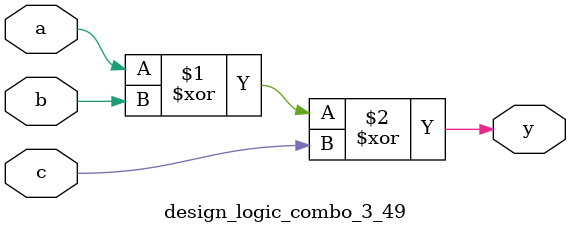
<source format=sv>
module design_logic_combo_3_49(input logic a,b,c, output logic y);
  assign y = (a ^ b) ^ c;
endmodule

</source>
